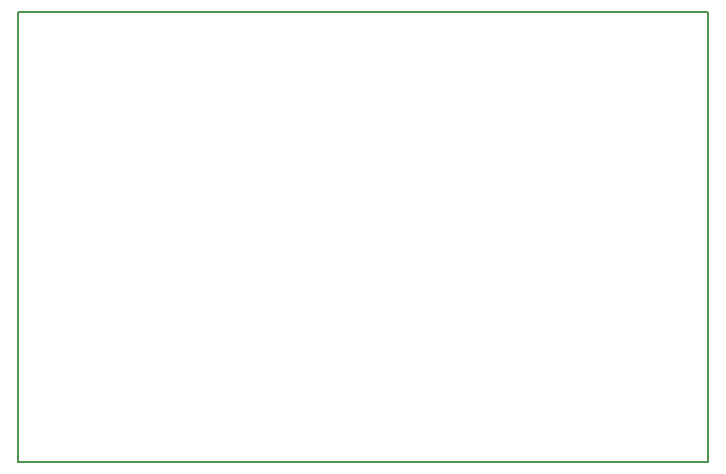
<source format=gko>
G04 DipTrace 3.2.0.1*
G04 PCBTutorial.gko*
%MOIN*%
G04 #@! TF.FileFunction,Profile*
G04 #@! TF.Part,Single*
%ADD11C,0.005512*%
%FSLAX26Y26*%
G04*
G70*
G90*
G75*
G01*
G04 BoardOutline*
%LPD*%
X394000Y394000D2*
D11*
X2694000D1*
Y1894000D1*
X394000D1*
Y394000D1*
M02*

</source>
